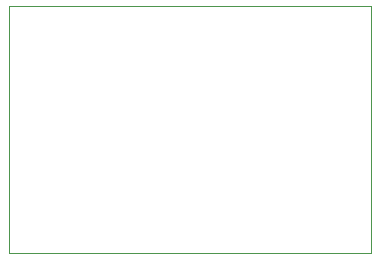
<source format=gbr>
%TF.GenerationSoftware,KiCad,Pcbnew,5.1.10-88a1d61d58~88~ubuntu18.04.1*%
%TF.CreationDate,2021-09-27T17:31:08+02:00*%
%TF.ProjectId,rf_phase_shifter_5_8GHz,72665f70-6861-4736-955f-736869667465,1.0.0*%
%TF.SameCoordinates,Original*%
%TF.FileFunction,Profile,NP*%
%FSLAX46Y46*%
G04 Gerber Fmt 4.6, Leading zero omitted, Abs format (unit mm)*
G04 Created by KiCad (PCBNEW 5.1.10-88a1d61d58~88~ubuntu18.04.1) date 2021-09-27 17:31:08*
%MOMM*%
%LPD*%
G01*
G04 APERTURE LIST*
%TA.AperFunction,Profile*%
%ADD10C,0.050000*%
%TD*%
G04 APERTURE END LIST*
D10*
X103886000Y-48387000D02*
X73279000Y-48387000D01*
X103886000Y-69342000D02*
X103886000Y-48387000D01*
X73279000Y-69342000D02*
X103886000Y-69342000D01*
X73279000Y-48387000D02*
X73279000Y-69342000D01*
M02*

</source>
